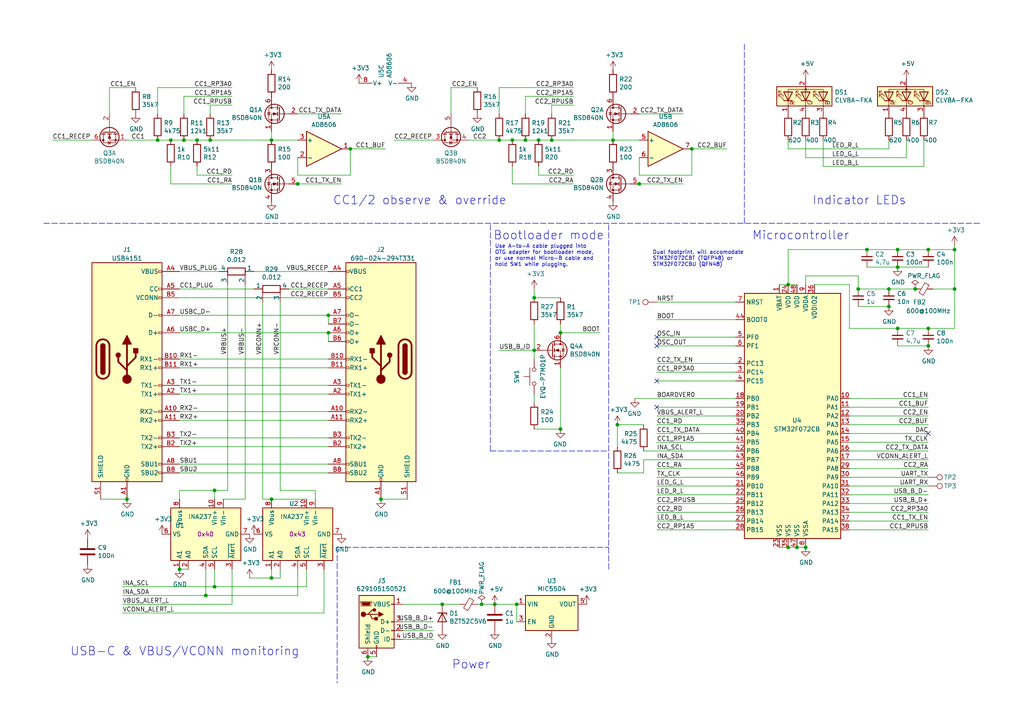
<source format=kicad_sch>
(kicad_sch (version 20211123) (generator eeschema)
  (paper "A4")
  (junction (at 260.35 77.47))
  (junction (at 200.66 43.18))
  (junction (at 36.83 144.78))
  (junction (at 276.86 83.82))
  (junction (at 78.74 40.64))
  (junction (at 152.4 40.64))
  (junction (at 154.94 101.6))
  (junction (at 53.34 40.64))
  (junction (at 228.6 82.55))
  (junction (at 101.6 43.18))
  (junction (at 228.6 158.75))
  (junction (at 59.69 172.72))
  (junction (at 62.23 142.24))
  (junction (at 269.24 72.39))
  (junction (at 156.21 40.64))
  (junction (at 110.49 144.78))
  (junction (at 260.35 72.39))
  (junction (at 185.42 53.34))
  (junction (at 95.25 91.44))
  (junction (at 260.35 95.25))
  (junction (at 251.46 72.39))
  (junction (at 269.24 95.25))
  (junction (at 149.86 175.26))
  (junction (at 143.51 175.26))
  (junction (at 154.94 86.36))
  (junction (at 144.78 40.64))
  (junction (at 45.72 40.64))
  (junction (at 52.07 165.1))
  (junction (at 78.74 167.64))
  (junction (at 179.07 123.19))
  (junction (at 162.56 124.46))
  (junction (at 269.24 100.33))
  (junction (at 162.56 96.52))
  (junction (at 106.68 190.5))
  (junction (at 57.15 40.64))
  (junction (at 78.74 144.78))
  (junction (at 177.8 40.64))
  (junction (at 86.36 53.34))
  (junction (at 231.14 158.75))
  (junction (at 257.81 88.9))
  (junction (at 257.81 83.82))
  (junction (at 265.43 83.82))
  (junction (at 276.86 72.39))
  (junction (at 233.68 158.75))
  (junction (at 49.53 40.64))
  (junction (at 160.02 40.64))
  (junction (at 248.92 83.82))
  (junction (at 139.7 175.26))
  (junction (at 62.23 170.18))
  (junction (at 148.59 40.64))
  (junction (at 128.27 175.26))
  (junction (at 60.96 40.64))
  (junction (at 95.25 96.52))
  (no_connect (at 269.24 125.73))
  (no_connect (at 190.5 110.49))
  (no_connect (at 190.5 118.11))
  (no_connect (at 190.5 97.79))
  (no_connect (at 190.5 100.33))
  (wire (pts (xy 78.74 144.78) (xy 88.9 144.78)))
  (wire (pts (xy 110.49 144.78) (xy 118.11 144.78)))
  (wire (pts (xy 81.28 167.64) (xy 78.74 167.64)))
  (wire (pts (xy 52.07 96.52) (xy 95.25 96.52)))
  (wire (pts (xy 154.94 101.6) (xy 154.94 104.14)))
  (wire (pts (xy 52.07 127) (xy 95.25 127)))
  (wire (pts (xy 276.86 72.39) (xy 276.86 83.82)))
  (wire (pts (xy 246.38 82.55) (xy 236.22 82.55)))
  (wire (pts (xy 86.36 40.64) (xy 78.74 40.64)))
  (wire (pts (xy 269.24 72.39) (xy 260.35 72.39)))
  (wire (pts (xy 154.94 114.3) (xy 154.94 116.84)))
  (wire (pts (xy 190.5 107.95) (xy 213.36 107.95)))
  (wire (pts (xy 78.74 167.64) (xy 78.74 165.1)))
  (wire (pts (xy 262.89 45.72) (xy 262.89 40.64)))
  (wire (pts (xy 144.78 40.64) (xy 148.59 40.64)))
  (wire (pts (xy 269.24 138.43) (xy 246.38 138.43)))
  (polyline (pts (xy 176.53 165.1) (xy 176.53 64.77)))
  (wire (pts (xy 177.8 40.64) (xy 160.02 40.64)))
  (wire (pts (xy 35.56 172.72) (xy 59.69 172.72)))
  (wire (pts (xy 52.07 111.76) (xy 95.25 111.76)))
  (wire (pts (xy 60.96 33.02) (xy 60.96 30.48)))
  (wire (pts (xy 177.8 40.64) (xy 177.8 38.1)))
  (wire (pts (xy 62.23 142.24) (xy 52.07 142.24)))
  (wire (pts (xy 154.94 83.82) (xy 154.94 86.36)))
  (wire (pts (xy 251.46 77.47) (xy 260.35 77.47)))
  (wire (pts (xy 71.12 144.78) (xy 64.77 144.78)))
  (wire (pts (xy 149.86 175.26) (xy 149.86 180.34)))
  (wire (pts (xy 101.6 50.8) (xy 101.6 43.18)))
  (wire (pts (xy 231.14 82.55) (xy 228.6 82.55)))
  (wire (pts (xy 95.25 78.74) (xy 73.66 78.74)))
  (wire (pts (xy 81.28 167.64) (xy 81.28 165.1)))
  (wire (pts (xy 276.86 95.25) (xy 269.24 95.25)))
  (wire (pts (xy 93.98 177.8) (xy 93.98 165.1)))
  (wire (pts (xy 190.5 153.67) (xy 213.36 153.67)))
  (wire (pts (xy 49.53 48.26) (xy 49.53 53.34)))
  (wire (pts (xy 154.94 93.98) (xy 154.94 101.6)))
  (wire (pts (xy 130.81 33.02) (xy 130.81 25.4)))
  (wire (pts (xy 269.24 133.35) (xy 246.38 133.35)))
  (wire (pts (xy 148.59 48.26) (xy 148.59 53.34)))
  (wire (pts (xy 52.07 121.92) (xy 95.25 121.92)))
  (wire (pts (xy 57.15 50.8) (xy 67.31 50.8)))
  (wire (pts (xy 238.76 48.26) (xy 267.97 48.26)))
  (wire (pts (xy 59.69 165.1) (xy 59.69 172.72)))
  (wire (pts (xy 101.6 43.18) (xy 111.76 43.18)))
  (wire (pts (xy 29.21 144.78) (xy 36.83 144.78)))
  (wire (pts (xy 186.69 130.81) (xy 213.36 130.81)))
  (wire (pts (xy 62.23 142.24) (xy 62.23 144.78)))
  (wire (pts (xy 190.5 97.79) (xy 213.36 97.79)))
  (wire (pts (xy 246.38 140.97) (xy 269.24 140.97)))
  (wire (pts (xy 185.42 40.64) (xy 177.8 40.64)))
  (wire (pts (xy 190.5 148.59) (xy 213.36 148.59)))
  (wire (pts (xy 52.07 137.16) (xy 95.25 137.16)))
  (wire (pts (xy 52.07 134.62) (xy 95.25 134.62)))
  (wire (pts (xy 81.28 87.63) (xy 81.28 142.24)))
  (wire (pts (xy 45.72 33.02) (xy 45.72 25.4)))
  (wire (pts (xy 154.94 86.36) (xy 162.56 86.36)))
  (wire (pts (xy 179.07 123.19) (xy 179.07 129.54)))
  (wire (pts (xy 49.53 53.34) (xy 67.31 53.34)))
  (wire (pts (xy 116.84 180.34) (xy 125.73 180.34)))
  (wire (pts (xy 200.66 50.8) (xy 200.66 43.18)))
  (wire (pts (xy 269.24 118.11) (xy 246.38 118.11)))
  (wire (pts (xy 139.7 175.26) (xy 143.51 175.26)))
  (wire (pts (xy 144.78 33.02) (xy 144.78 25.4)))
  (polyline (pts (xy 97.79 158.75) (xy 97.79 198.12)))
  (wire (pts (xy 190.5 140.97) (xy 213.36 140.97)))
  (wire (pts (xy 52.07 106.68) (xy 95.25 106.68)))
  (wire (pts (xy 190.5 123.19) (xy 213.36 123.19)))
  (wire (pts (xy 213.36 133.35) (xy 186.69 133.35)))
  (wire (pts (xy 35.56 175.26) (xy 67.31 175.26)))
  (wire (pts (xy 213.36 100.33) (xy 190.5 100.33)))
  (wire (pts (xy 52.07 78.74) (xy 63.5 78.74)))
  (wire (pts (xy 86.36 45.72) (xy 86.36 50.8)))
  (wire (pts (xy 45.72 40.64) (xy 49.53 40.64)))
  (wire (pts (xy 260.35 72.39) (xy 251.46 72.39)))
  (wire (pts (xy 78.74 167.64) (xy 72.39 167.64)))
  (wire (pts (xy 276.86 83.82) (xy 276.86 95.25)))
  (wire (pts (xy 138.43 175.26) (xy 139.7 175.26)))
  (wire (pts (xy 36.83 40.64) (xy 45.72 40.64)))
  (wire (pts (xy 53.34 40.64) (xy 57.15 40.64)))
  (wire (pts (xy 228.6 72.39) (xy 228.6 82.55)))
  (wire (pts (xy 52.07 104.14) (xy 95.25 104.14)))
  (wire (pts (xy 95.25 93.98) (xy 95.25 91.44)))
  (wire (pts (xy 190.5 135.89) (xy 213.36 135.89)))
  (wire (pts (xy 144.78 25.4) (xy 166.37 25.4)))
  (wire (pts (xy 269.24 123.19) (xy 246.38 123.19)))
  (polyline (pts (xy 12.7 64.77) (xy 284.48 64.77)))
  (wire (pts (xy 35.56 170.18) (xy 62.23 170.18)))
  (wire (pts (xy 251.46 72.39) (xy 228.6 72.39)))
  (wire (pts (xy 66.04 142.24) (xy 62.23 142.24)))
  (wire (pts (xy 238.76 40.64) (xy 238.76 48.26)))
  (wire (pts (xy 148.59 53.34) (xy 166.37 53.34)))
  (wire (pts (xy 52.07 142.24) (xy 52.07 144.78)))
  (wire (pts (xy 154.94 101.6) (xy 144.78 101.6)))
  (wire (pts (xy 257.81 88.9) (xy 248.92 88.9)))
  (wire (pts (xy 162.56 96.52) (xy 173.99 96.52)))
  (wire (pts (xy 246.38 125.73) (xy 269.24 125.73)))
  (wire (pts (xy 186.69 137.16) (xy 179.07 137.16)))
  (wire (pts (xy 31.75 25.4) (xy 39.37 25.4)))
  (wire (pts (xy 246.38 146.05) (xy 269.24 146.05)))
  (wire (pts (xy 53.34 33.02) (xy 53.34 27.94)))
  (wire (pts (xy 49.53 40.64) (xy 53.34 40.64)))
  (wire (pts (xy 233.68 80.01) (xy 248.92 80.01)))
  (wire (pts (xy 246.38 135.89) (xy 269.24 135.89)))
  (wire (pts (xy 213.36 115.57) (xy 184.15 115.57)))
  (wire (pts (xy 160.02 30.48) (xy 166.37 30.48)))
  (wire (pts (xy 66.04 82.55) (xy 66.04 142.24)))
  (wire (pts (xy 269.24 153.67) (xy 246.38 153.67)))
  (wire (pts (xy 190.5 146.05) (xy 213.36 146.05)))
  (wire (pts (xy 85.09 53.34) (xy 86.36 53.34)))
  (wire (pts (xy 152.4 27.94) (xy 166.37 27.94)))
  (wire (pts (xy 248.92 83.82) (xy 248.92 80.01)))
  (wire (pts (xy 184.15 53.34) (xy 185.42 53.34)))
  (wire (pts (xy 52.07 119.38) (xy 95.25 119.38)))
  (wire (pts (xy 246.38 120.65) (xy 269.24 120.65)))
  (wire (pts (xy 52.07 91.44) (xy 95.25 91.44)))
  (wire (pts (xy 226.06 158.75) (xy 228.6 158.75)))
  (wire (pts (xy 86.36 172.72) (xy 86.36 165.1)))
  (wire (pts (xy 106.68 190.5) (xy 109.22 190.5)))
  (wire (pts (xy 62.23 170.18) (xy 88.9 170.18)))
  (wire (pts (xy 190.5 120.65) (xy 213.36 120.65)))
  (wire (pts (xy 116.84 185.42) (xy 125.73 185.42)))
  (wire (pts (xy 125.73 40.64) (xy 114.3 40.64)))
  (wire (pts (xy 162.56 124.46) (xy 162.56 106.68)))
  (wire (pts (xy 152.4 33.02) (xy 152.4 27.94)))
  (polyline (pts (xy 215.9 64.77) (xy 215.9 12.7)))
  (wire (pts (xy 83.82 83.82) (xy 95.25 83.82)))
  (wire (pts (xy 154.94 124.46) (xy 162.56 124.46)))
  (wire (pts (xy 269.24 77.47) (xy 260.35 77.47)))
  (wire (pts (xy 135.89 40.64) (xy 144.78 40.64)))
  (wire (pts (xy 31.75 33.02) (xy 31.75 25.4)))
  (wire (pts (xy 276.86 72.39) (xy 269.24 72.39)))
  (wire (pts (xy 160.02 33.02) (xy 160.02 30.48)))
  (wire (pts (xy 52.07 165.1) (xy 54.61 165.1)))
  (wire (pts (xy 233.68 40.64) (xy 233.68 45.72)))
  (wire (pts (xy 60.96 30.48) (xy 67.31 30.48)))
  (wire (pts (xy 267.97 48.26) (xy 267.97 40.64)))
  (wire (pts (xy 59.69 172.72) (xy 86.36 172.72)))
  (wire (pts (xy 67.31 175.26) (xy 67.31 165.1)))
  (wire (pts (xy 190.5 92.71) (xy 213.36 92.71)))
  (wire (pts (xy 152.4 40.64) (xy 156.21 40.64)))
  (wire (pts (xy 269.24 128.27) (xy 246.38 128.27)))
  (wire (pts (xy 78.74 40.64) (xy 60.96 40.64)))
  (wire (pts (xy 156.21 48.26) (xy 156.21 50.8)))
  (wire (pts (xy 228.6 158.75) (xy 231.14 158.75)))
  (wire (pts (xy 276.86 71.12) (xy 276.86 72.39)))
  (wire (pts (xy 156.21 40.64) (xy 160.02 40.64)))
  (wire (pts (xy 260.35 95.25) (xy 246.38 95.25)))
  (wire (pts (xy 185.42 45.72) (xy 185.42 50.8)))
  (wire (pts (xy 57.15 40.64) (xy 60.96 40.64)))
  (wire (pts (xy 246.38 115.57) (xy 269.24 115.57)))
  (wire (pts (xy 260.35 95.25) (xy 269.24 95.25)))
  (wire (pts (xy 86.36 50.8) (xy 101.6 50.8)))
  (wire (pts (xy 116.84 175.26) (xy 128.27 175.26)))
  (wire (pts (xy 233.68 80.01) (xy 233.68 82.55)))
  (wire (pts (xy 128.27 175.26) (xy 133.35 175.26)))
  (wire (pts (xy 71.12 82.55) (xy 71.12 144.78)))
  (wire (pts (xy 265.43 83.82) (xy 257.81 83.82)))
  (wire (pts (xy 200.66 43.18) (xy 210.82 43.18)))
  (wire (pts (xy 190.5 143.51) (xy 213.36 143.51)))
  (wire (pts (xy 190.5 128.27) (xy 213.36 128.27)))
  (wire (pts (xy 62.23 165.1) (xy 62.23 170.18)))
  (wire (pts (xy 190.5 138.43) (xy 213.36 138.43)))
  (wire (pts (xy 190.5 87.63) (xy 213.36 87.63)))
  (wire (pts (xy 53.34 27.94) (xy 67.31 27.94)))
  (wire (pts (xy 52.07 83.82) (xy 73.66 83.82)))
  (wire (pts (xy 86.36 33.02) (xy 99.06 33.02)))
  (wire (pts (xy 95.25 86.36) (xy 52.07 86.36)))
  (wire (pts (xy 260.35 100.33) (xy 269.24 100.33)))
  (wire (pts (xy 185.42 50.8) (xy 200.66 50.8)))
  (wire (pts (xy 95.25 99.06) (xy 95.25 96.52)))
  (wire (pts (xy 162.56 93.98) (xy 162.56 96.52)))
  (wire (pts (xy 246.38 95.25) (xy 246.38 82.55)))
  (wire (pts (xy 179.07 123.19) (xy 186.69 123.19)))
  (polyline (pts (xy 142.24 130.81) (xy 142.24 64.77)))
  (wire (pts (xy 276.86 83.82) (xy 270.51 83.82)))
  (wire (pts (xy 148.59 40.64) (xy 152.4 40.64)))
  (polyline (pts (xy 142.24 130.81) (xy 176.53 130.81)))
  (wire (pts (xy 52.07 114.3) (xy 95.25 114.3)))
  (wire (pts (xy 88.9 170.18) (xy 88.9 165.1)))
  (wire (pts (xy 156.21 50.8) (xy 166.37 50.8)))
  (wire (pts (xy 35.56 177.8) (xy 93.98 177.8)))
  (wire (pts (xy 143.51 175.26) (xy 149.86 175.26)))
  (wire (pts (xy 76.2 144.78) (xy 78.74 144.78)))
  (polyline (pts (xy 97.79 158.75) (xy 176.53 158.75)))
  (wire (pts (xy 57.15 48.26) (xy 57.15 50.8)))
  (wire (pts (xy 228.6 43.18) (xy 257.81 43.18)))
  (wire (pts (xy 269.24 148.59) (xy 246.38 148.59)))
  (wire (pts (xy 269.24 143.51) (xy 246.38 143.51)))
  (wire (pts (xy 186.69 133.35) (xy 186.69 137.16)))
  (wire (pts (xy 190.5 110.49) (xy 213.36 110.49)))
  (wire (pts (xy 45.72 25.4) (xy 67.31 25.4)))
  (wire (pts (xy 81.28 142.24) (xy 91.44 142.24)))
  (wire (pts (xy 190.5 125.73) (xy 213.36 125.73)))
  (wire (pts (xy 233.68 45.72) (xy 262.89 45.72)))
  (wire (pts (xy 246.38 151.13) (xy 269.24 151.13)))
  (wire (pts (xy 130.81 25.4) (xy 138.43 25.4)))
  (wire (pts (xy 190.5 118.11) (xy 213.36 118.11)))
  (wire (pts (xy 231.14 158.75) (xy 233.68 158.75)))
  (wire (pts (xy 228.6 40.64) (xy 228.6 43.18)))
  (wire (pts (xy 190.5 151.13) (xy 213.36 151.13)))
  (wire (pts (xy 257.81 43.18) (xy 257.81 40.64)))
  (wire (pts (xy 213.36 105.41) (xy 190.5 105.41)))
  (wire (pts (xy 185.42 33.02) (xy 198.12 33.02)))
  (wire (pts (xy 78.74 40.64) (xy 78.74 38.1)))
  (wire (pts (xy 26.67 40.64) (xy 15.24 40.64)))
  (wire (pts (xy 246.38 130.81) (xy 269.24 130.81)))
  (wire (pts (xy 185.42 53.34) (xy 198.12 53.34)))
  (wire (pts (xy 76.2 87.63) (xy 76.2 144.78)))
  (wire (pts (xy 116.84 182.88) (xy 125.73 182.88)))
  (wire (pts (xy 228.6 82.55) (xy 226.06 82.55)))
  (wire (pts (xy 257.81 83.82) (xy 248.92 83.82)))
  (wire (pts (xy 86.36 53.34) (xy 99.06 53.34)))
  (wire (pts (xy 91.44 142.24) (xy 91.44 144.78)))
  (wire (pts (xy 52.07 129.54) (xy 95.25 129.54)))
  (text "Use A-to-A cable plugged into\nOTG adapter for bootloader mode,\nor use normal Micro-B cable and\nhold SW1 while plugging." (at 143.51 77.47 0) (effects (font (size 1.0922 1.0922)) (justify left bottom)))
  (text "Dual footprint, will accomodate\nSTM32F072CBT (TQFP48) or\nSTM32F072CBU (QFN48)" (at 189.23 77.47 0) (effects (font (size 1.0922 1.0922)) (justify left bottom)))
  (text "Bootloader mode" (at 175.26 69.85 180) (effects (font (size 2.4892 2.4892)) (justify right bottom)))
  (text "Indicator LEDs" (at 262.89 59.69 180) (effects (font (size 2.4892 2.4892)) (justify right bottom)))
  (text "Power" (at 142.24 194.31 180) (effects (font (size 2.4892 2.4892)) (justify right bottom)))
  (text "CC1/2 observe & override" (at 96.52 59.69 0) (effects (font (size 2.4892 2.4892)) (justify left bottom)))
  (text "Microcontroller" (at 246.38 69.85 180) (effects (font (size 2.4892 2.4892)) (justify right bottom)))
  (text "USB-C & VBUS/VCONN monitoring" (at 20.32 190.5 0) (effects (font (size 2.4892 2.4892)) (justify left bottom)))
  (label "CC1_PLUG" (at 52.07 83.82 0))
  (label "CC1_RP1A5" (at 67.31 27.94 180))
  (label "VBUS_PLUG" (at 52.07 78.74 0))
  (label "LED_G_L" (at 241.3 45.72 0))
  (label "CC1_RPUSB" (at 269.24 153.67 180))
  (label "CC1_TX_EN" (at 269.24 151.13 180))
  (label "TX1+" (at 52.07 114.3 0))
  (label "RX1-" (at 52.07 104.14 0))
  (label "CC2_TX_EN" (at 198.12 53.34 180))
  (label "CC1_RA" (at 67.31 53.34 180))
  (label "CC1_EN" (at 269.24 115.57 180))
  (label "VBUS_RECEP" (at 95.25 78.74 180))
  (label "USB_B_ID" (at 144.78 101.6 0))
  (label "OSC_IN" (at 190.5 97.79 0))
  (label "LED_B_L" (at 241.3 48.26 0))
  (label "USB_B_D-" (at 269.24 143.51 180))
  (label "CC1" (at 38.1 40.64 0))
  (label "CC2_RPUSB" (at 166.37 30.48 180))
  (label "CC2_EN" (at 138.43 25.4 180))
  (label "CC2_RD" (at 166.37 50.8 180))
  (label "VBUS_ALERT_L" (at 190.5 120.65 0))
  (label "INA_SCL" (at 35.56 170.18 0))
  (label "RX2+" (at 52.07 121.92 0))
  (label "VCONN_ALERT_L" (at 269.24 133.35 180))
  (label "LED_B_L" (at 190.5 151.13 0))
  (label "SBU2" (at 52.07 137.16 0))
  (label "NRST" (at 190.5 87.63 0))
  (label "CC1_RP3A0" (at 190.5 107.95 0))
  (label "CC1_TX_DATA" (at 190.5 125.73 0))
  (label "CC1_RD" (at 190.5 123.19 0))
  (label "TX2+" (at 52.07 129.54 0))
  (label "CC1_BUF" (at 111.76 43.18 180))
  (label "TX1-" (at 52.07 111.76 0))
  (label "CC2_TX_DATA" (at 198.12 33.02 180))
  (label "TX_CLK" (at 269.24 128.27 180))
  (label "BOOT" (at 190.5 92.71 0))
  (label "SBU1" (at 52.07 134.62 0))
  (label "BOARDVER0" (at 190.5 115.57 0))
  (label "USBC_D-" (at 52.07 91.44 0))
  (label "CC1_RD" (at 67.31 50.8 180))
  (label "CC1_TX_EN" (at 99.06 53.34 180))
  (label "CC2_RECEP" (at 95.25 86.36 180))
  (label "CC2_RP3A0" (at 166.37 25.4 180))
  (label "CC1_RPUSB" (at 67.31 30.48 180))
  (label "TX2-" (at 52.07 127 0))
  (label "CC2_TX_EN" (at 190.5 105.41 0))
  (label "CC2_BUF" (at 269.24 123.19 180))
  (label "VBUS_ALERT_L" (at 35.56 175.26 0))
  (label "LED_R_L" (at 190.5 143.51 0))
  (label "UART_RX" (at 269.24 140.97 180))
  (label "RX1+" (at 52.07 106.68 0))
  (label "CC2_RP3A0" (at 269.24 148.59 180))
  (label "CC2_BUF" (at 210.82 43.18 180))
  (label "CC2_RPUSB" (at 190.5 146.05 0))
  (label "VRBUS+" (at 66.04 102.87 90))
  (label "BOOT" (at 173.99 96.52 180))
  (label "CC1_RP3A0" (at 67.31 25.4 180))
  (label "USB_B_ID" (at 125.73 185.42 180))
  (label "OSC_OUT" (at 190.5 100.33 0))
  (label "USB_B_D-" (at 125.73 182.88 180))
  (label "UART_TX" (at 269.24 138.43 180))
  (label "CC2_RP1A5" (at 166.37 27.94 180))
  (label "CC2" (at 137.16 40.64 0))
  (label "CC1_RECEP" (at 95.25 83.82 180))
  (label "CC1_RP1A5" (at 190.5 128.27 0))
  (label "VRCONN+" (at 76.2 102.87 90))
  (label "VRCONN-" (at 81.28 102.87 90))
  (label "INA_SCL" (at 190.5 130.81 0))
  (label "CC2_RA" (at 269.24 135.89 180))
  (label "DAC" (at 269.24 125.73 180))
  (label "CC2_RD" (at 190.5 148.59 0))
  (label "VCONN_ALERT_L" (at 35.56 177.8 0))
  (label "VRBUS-" (at 71.12 102.87 90))
  (label "CC2_TX_DATA" (at 269.24 130.81 180))
  (label "CC2_EN" (at 269.24 120.65 180))
  (label "CC1_BUF" (at 269.24 118.11 180))
  (label "INA_SDA" (at 190.5 133.35 0))
  (label "USB_B_D+" (at 269.24 146.05 180))
  (label "CC2_RP1A5" (at 190.5 153.67 0))
  (label "TX_CLK" (at 190.5 138.43 0))
  (label "INA_SDA" (at 35.56 172.72 0))
  (label "USB_B_D+" (at 125.73 180.34 180))
  (label "USBC_D+" (at 52.07 96.52 0))
  (label "CC2_RECEP" (at 114.3 40.64 0))
  (label "CC1_RA" (at 190.5 135.89 0))
  (label "CC1_TX_DATA" (at 99.06 33.02 180))
  (label "CC2_RA" (at 166.37 53.34 180))
  (label "RX2-" (at 52.07 119.38 0))
  (label "CC1_EN" (at 39.37 25.4 180))
  (label "CC1_RECEP" (at 15.24 40.64 0))
  (label "LED_G_L" (at 190.5 140.97 0))
  (label "LED_R_L" (at 241.3 43.18 0))
  (symbol (lib_id "twonkie:USB_C_Plug") (at 36.83 104.14 0) (unit 1)
    (property "Reference" "J1" (at 36.83 72.39 0))
    (property "Value" "USB4151" (at 36.83 74.93 0))
    (property "Footprint" "twonkie:GCT_USB4151_EdgeMount" (effects hide))
    (property "Datasheet" "https://www.usb.org/sites/default/files/documents/usb_type-c.zip" (effects hide))
    (property "DigiKey P/N" "2073-USB4151-GF-CCT-ND" (effects hide))
    (property "Manufacturer" "GCT" (effects hide))
    (property "Mfg P/N" "USB4151-GF-C" (effects hide))
  )
  (symbol (lib_id "twonkie:USB_C_Receptacle") (at 110.49 104.14 0) (mirror y) (unit 1)
    (property "Reference" "J2" (at 109.22 72.39 0) (effects (justify right)))
    (property "Value" "690-024-294T331" (at 101.6 74.93 0) (effects (justify right)))
    (property "Footprint" "twonkie:EDAC_690-024-294T331_EdgeMount" (effects hide))
    (property "Datasheet" "https://www.usb.org/sites/default/files/documents/usb_type-c.zip" (effects hide))
    (property "DigiKey P/N" "151-1601-1-ND" (effects hide))
    (property "Manufacturer" "EDAC" (effects hide))
    (property "Mfg P/N" "690-024-294T331" (effects hide))
  )
  (symbol (lib_id "Connector:USB_B_Micro") (at 109.22 180.34 0) (unit 1)
    (property "Reference" "J3" (at 110.6678 168.4782 0))
    (property "Value" "629105150521" (at 110.6678 170.7896 0))
    (property "Footprint" "twonkie:USB_Micro-B_Wuerth_629105150521_HandSolder" (effects hide))
    (property "DigiKey P/N" "732-5960-1-ND" (effects hide))
    (property "Manufacturer" "Würth" (effects hide))
    (property "Mfg P/N" "629105150521" (effects hide))
  )
  (symbol (lib_id "MCU_ST_STM32F0:STM32F072CBTx") (at 231.14 120.65 0) (unit 1)
    (property "Reference" "U4" (at 231.14 121.92 0))
    (property "Value" "STM32F072CB" (at 231.14 124.46 0))
    (property "Footprint" "twonkie:LQFP-48_7x7mm_P0.5mm-QFN48-Frankenstein" (effects hide))
    (property "DigiKey P/N" "497-18747-1-ND" (effects hide))
    (property "Manufacturer" "STMicro" (effects hide))
    (property "Mfg P/N" "STM32F072CBT" (effects hide))
  )
  (symbol (lib_id "Device:LED_RABG") (at 233.68 27.94 90) (unit 1)
    (property "Reference" "DS1" (at 242.062 26.7716 90) (effects (justify right)))
    (property "Value" "CLVBA-FKA" (at 242.062 29.083 90) (effects (justify right)))
    (property "Footprint" "LED_SMD:LED_Cree-PLCC4_3.2x2.8mm_CCW" (effects hide))
    (property "DigiKey P/N" "CLVBA-FKA-CAEDH8BBB7A363CT-ND" (effects hide))
    (property "Manufacturer" "Cree" (effects hide))
    (property "Mfg P/N" "CLVBA-FKA-CAEDH8BBB7A363" (effects hide))
  )
  (symbol (lib_id "Device:LED_RABG") (at 262.89 27.94 90) (unit 1)
    (property "Reference" "DS2" (at 271.272 26.7716 90) (effects (justify right)))
    (property "Value" "CLVBA-FKA" (at 271.272 29.083 90) (effects (justify right)))
    (property "Footprint" "LED_SMD:LED_Cree-PLCC4_3.2x2.8mm_CCW" (effects hide))
    (property "DigiKey P/N" "CLVBA-FKA-CAEDH8BBB7A363CT-ND" (effects hide))
    (property "Manufacturer" "Cree" (effects hide))
    (property "Mfg P/N" "CLVBA-FKA-CAEDH8BBB7A363" (effects hide))
  )
  (symbol (lib_id "Regulator_Linear:MIC5504-3.3YM5") (at 160.02 177.8 0) (unit 1)
    (property "Reference" "U3" (at 160.02 168.4782 0))
    (property "Value" "MIC5504" (at 160.02 170.7896 0))
    (property "Footprint" "Package_TO_SOT_SMD:SOT-23-5_HandSoldering" (effects hide))
    (property "Datasheet" "https://www.analog.com/media/en/technical-documentation/data-sheets/AD8610_8620.pdf" (effects hide))
    (property "DigiKey P/N" "576-4764-1-ND" (effects hide))
    (property "Manufacturer" "Microchip" (effects hide))
    (property "Mfg P/N" "MIC5504-3.3YM5-TR" (effects hide))
  )
  (symbol (lib_id "twonkie:INA237") (at 59.69 154.94 90) (mirror x) (unit 1)
    (property "Reference" "U1" (at 50.8 152.4 90) (effects (justify right)))
    (property "Value" "INA237" (at 54.61 149.86 90) (effects (justify right)))
    (property "Footprint" "Package_SO:VSSOP-10_3x3mm_P0.5mm" (effects hide))
    (property "Datasheet" "https://www.ti.com/lit/ds/symlink/ina237.pdf" (effects hide))
    (property "I2C addr" "0x40" (at 57.15 154.94 90) (effects (justify right)))
    (property "DigiKey P/N" "296-INA237AIDGSRCT-ND" (effects hide))
    (property "Manufacturer" "TI" (effects hide))
    (property "Mfg P/N" "INA237AIDGSR" (effects hide))
  )
  (symbol (lib_id "Diode:BZT52Bxx") (at 128.27 179.07 270) (unit 1)
    (property "Reference" "D1" (at 130.302 177.9016 90) (effects (justify left)))
    (property "Value" "BZT52C5V6" (at 130.302 180.213 90) (effects (justify left)))
    (property "Footprint" "Diode_SMD:D_SOD-123" (effects hide))
    (property "Datasheet" "https://diotec.com/tl_files/diotec/files/pdf/datasheets/bzt52b2v4.pdf" (effects hide))
    (property "DigiKey P/N" "BZT52C5V6-13-FDICT-ND" (effects hide))
    (property "Mfg P/N" "BZT52C5V6-13-F" (effects hide))
    (property "Manufacturer" "Diodes Inc." (effects hide))
  )
  (symbol (lib_id "Transistor_FET:FDG6335N") (at 81.28 33.02 0) (mirror y) (unit 1)
    (property "Reference" "Q1" (at 76.073 31.8516 0) (effects (justify left)))
    (property "Value" "BSD840N" (at 76.073 34.163 0) (effects (justify left)))
    (property "Footprint" "Package_TO_SOT_SMD:SOT-363_SC-70-6" (effects hide))
    (property "Datasheet" "http://www.gneic.com/product/datasheet/FDG6335N-1122853.pdf" (effects hide))
    (property "DigiKey P/N" "BSD840NH6327XTSA1CT-ND" (effects hide))
    (property "Manufacturer" "Infineon" (effects hide))
    (property "Mfg P/N" "BSD840NH6327XTSA1" (effects hide))
  )
  (symbol (lib_id "Amplifier_Operational:AD8620") (at 93.98 43.18 0) (unit 1)
    (property "Reference" "U5" (at 93.98 33.8582 0))
    (property "Value" "AD8606" (at 93.98 36.1696 0))
    (property "Footprint" "Package_SO:MSOP-8_3x3mm_P0.65mm" (effects hide))
    (property "Datasheet" "https://www.analog.com/media/en/technical-documentation/data-sheets/AD8610_8620.pdf" (effects hide))
    (property "DigiKey P/N" "AD8606ARMZREELCT-ND" (effects hide))
    (property "Manufacturer" "Analog Devices" (effects hide))
    (property "Mfg P/N" "AD8606ARMZ-REEL" (effects hide))
  )
  (symbol (lib_id "power:GND") (at 110.49 144.78 0) (unit 1)
    (property "Reference" "#PWR0101" (effects hide))
    (property "Value" "GND" (at 110.617 149.1742 0))
  )
  (symbol (lib_id "power:GND") (at 36.83 144.78 0) (unit 1)
    (property "Reference" "#PWR0102" (effects hide))
    (property "Value" "GND" (at 36.957 149.1742 0))
  )
  (symbol (lib_id "power:+3V3") (at 46.99 154.94 0) (unit 1)
    (property "Reference" "#PWR0103" (effects hide))
    (property "Value" "+3V3" (at 47.371 150.5458 0))
  )
  (symbol (lib_id "power:+3V3") (at 73.66 154.94 0) (unit 1)
    (property "Reference" "#PWR0104" (effects hide))
    (property "Value" "+3V3" (at 74.041 150.5458 0))
  )
  (symbol (lib_id "power:GND") (at 99.06 154.94 0) (unit 1)
    (property "Reference" "#PWR0105" (effects hide))
    (property "Value" "GND" (at 99.187 159.3342 0))
  )
  (symbol (lib_id "power:GND") (at 72.39 154.94 0) (unit 1)
    (property "Reference" "#PWR0106" (effects hide))
    (property "Value" "GND" (at 72.517 159.3342 0))
  )
  (symbol (lib_id "power:GND") (at 52.07 165.1 0) (unit 1)
    (property "Reference" "#PWR0107" (effects hide))
    (property "Value" "GND" (at 52.197 169.4942 0))
  )
  (symbol (lib_id "power:+3V3") (at 72.39 167.64 0) (unit 1)
    (property "Reference" "#PWR0108" (effects hide))
    (property "Value" "+3V3" (at 72.771 163.2458 0))
  )
  (symbol (lib_id "Device:FerriteBead_Small") (at 135.89 175.26 270) (unit 1)
    (property "Reference" "FB1" (at 132.08 168.91 90))
    (property "Value" "600@100MHz" (at 132.08 171.45 90))
    (property "Footprint" "Inductor_SMD:L_0402_1005Metric_Pad0.77x0.64mm_HandSolder" (effects hide))
    (property "DigiKey P/N" "490-1006-1-ND" (effects hide))
    (property "Mfg P/N" "BLM15AG601SN1D" (effects hide))
    (property "Manufacturer" "MuRata" (effects hide))
  )
  (symbol (lib_id "Device:C") (at 143.51 179.07 0) (unit 1)
    (property "Reference" "C1" (at 146.431 177.9016 0) (effects (justify left)))
    (property "Value" "1u" (at 146.431 180.213 0) (effects (justify left)))
    (property "Footprint" "Capacitor_SMD:C_0402_1005Metric_Pad0.74x0.62mm_HandSolder" (effects hide))
    (property "DigiKey P/N" "1276-1235-1-ND" (effects hide))
    (property "Manufacturer" "Samsung Electro-Mechanics" (effects hide))
    (property "Mfg P/N" "CL05A105MQ5NNNC" (effects hide))
  )
  (symbol (lib_id "power:GND") (at 106.68 190.5 0) (unit 1)
    (property "Reference" "#PWR0109" (effects hide))
    (property "Value" "GND" (at 106.807 194.8942 0))
  )
  (symbol (lib_id "power:GND") (at 128.27 182.88 0) (unit 1)
    (property "Reference" "#PWR0110" (effects hide))
    (property "Value" "GND" (at 128.397 187.2742 0))
  )
  (symbol (lib_id "power:GND") (at 143.51 182.88 0) (unit 1)
    (property "Reference" "#PWR0111" (effects hide))
    (property "Value" "GND" (at 143.637 187.2742 0))
  )
  (symbol (lib_id "power:GND") (at 160.02 185.42 0) (unit 1)
    (property "Reference" "#PWR0112" (effects hide))
    (property "Value" "GND" (at 160.147 189.8142 0))
  )
  (symbol (lib_id "power:+3V3") (at 170.18 175.26 0) (unit 1)
    (property "Reference" "#PWR0113" (effects hide))
    (property "Value" "+3V3" (at 170.561 170.8658 0))
  )
  (symbol (lib_id "power:+5V") (at 143.51 175.26 0) (unit 1)
    (property "Reference" "#PWR0114" (effects hide))
    (property "Value" "+5V" (at 143.891 170.8658 0))
  )
  (symbol (lib_id "power:+5V") (at 233.68 22.86 0) (unit 1)
    (property "Reference" "#PWR0115" (effects hide))
    (property "Value" "+5V" (at 234.061 18.4658 0))
  )
  (symbol (lib_id "power:+5V") (at 262.89 22.86 0) (unit 1)
    (property "Reference" "#PWR0116" (effects hide))
    (property "Value" "+5V" (at 263.271 18.4658 0))
  )
  (symbol (lib_id "Device:R") (at 78.74 44.45 0) (unit 1)
    (property "Reference" "R15" (at 80.518 43.2816 0) (effects (justify left)))
    (property "Value" "100" (at 80.518 45.593 0) (effects (justify left)))
    (property "Footprint" "Resistor_SMD:R_0402_1005Metric_Pad0.72x0.64mm_HandSolder" (effects hide))
    (property "Mfg P/N" "RC0402FR-07100RL" (effects hide))
    (property "Manufacturer" "Yageo" (effects hide))
  )
  (symbol (lib_id "Transistor_FET:FDG6335N") (at 81.28 53.34 0) (mirror y) (unit 2)
    (property "Reference" "Q1" (at 76.073 52.1716 0) (effects (justify left)))
    (property "Value" "BSD840N" (at 76.073 54.483 0) (effects (justify left)))
    (property "Footprint" "Package_TO_SOT_SMD:SOT-363_SC-70-6" (effects hide))
    (property "Datasheet" "http://www.gneic.com/product/datasheet/FDG6335N-1122853.pdf" (effects hide))
    (property "DigiKey P/N" "BSD840NH6327XTSA1CT-ND" (effects hide))
    (property "Manufacturer" "Infineon" (effects hide))
    (property "Mfg P/N" "BSD840NH6327XTSA1" (effects hide))
  )
  (symbol (lib_id "Device:R") (at 60.96 36.83 0) (unit 1)
    (property "Reference" "R13" (at 62.738 35.6616 0) (effects (justify left)))
    (property "Value" "35k7" (at 62.738 37.973 0) (effects (justify left)))
    (property "Footprint" "Resistor_SMD:R_0402_1005Metric_Pad0.72x0.64mm_HandSolder" (effects hide))
    (property "Mfg P/N" "RC0402FR-0735K7L" (effects hide))
    (property "Manufacturer" "Yageo" (effects hide))
  )
  (symbol (lib_id "Device:R") (at 57.15 44.45 0) (mirror x) (unit 1)
    (property "Reference" "R12" (at 58.928 45.6184 0) (effects (justify left)))
    (property "Value" "5k11" (at 58.928 43.307 0) (effects (justify left)))
    (property "Footprint" "Resistor_SMD:R_0402_1005Metric_Pad0.72x0.64mm_HandSolder" (effects hide))
    (property "Mfg P/N" "RC0402FR-075K11L" (effects hide))
    (property "Manufacturer" "Yageo" (effects hide))
  )
  (symbol (lib_id "Device:R") (at 53.34 36.83 0) (unit 1)
    (property "Reference" "R11" (at 55.118 35.6616 0) (effects (justify left)))
    (property "Value" "12k1" (at 55.118 37.973 0) (effects (justify left)))
    (property "Footprint" "Resistor_SMD:R_0402_1005Metric_Pad0.72x0.64mm_HandSolder" (effects hide))
    (property "Mfg P/N" "RC0402FR-0712K1L" (effects hide))
    (property "Manufacturer" "Yageo" (effects hide))
  )
  (symbol (lib_id "Device:R") (at 49.53 44.45 0) (mirror x) (unit 1)
    (property "Reference" "R10" (at 51.308 45.6184 0) (effects (justify left)))
    (property "Value" "1k" (at 51.308 43.307 0) (effects (justify left)))
    (property "Footprint" "Resistor_SMD:R_0402_1005Metric_Pad0.72x0.64mm_HandSolder" (effects hide))
    (property "Mfg P/N" "RC0402FR-071KL" (effects hide))
    (property "Manufacturer" "Yageo" (effects hide))
  )
  (symbol (lib_id "Device:R") (at 45.72 36.83 0) (unit 1)
    (property "Reference" "R9" (at 47.498 35.6616 0) (effects (justify left)))
    (property "Value" "4k75" (at 47.498 37.973 0) (effects (justify left)))
    (property "Footprint" "Resistor_SMD:R_0402_1005Metric_Pad0.72x0.64mm_HandSolder" (effects hide))
    (property "Mfg P/N" "RC0402FR-074K75L" (effects hide))
    (property "Manufacturer" "Yageo" (effects hide))
  )
  (symbol (lib_id "Transistor_FET:FDG6335N") (at 180.34 33.02 0) (mirror y) (unit 1)
    (property "Reference" "Q2" (at 175.133 31.8516 0) (effects (justify left)))
    (property "Value" "BSD840N" (at 175.133 34.163 0) (effects (justify left)))
    (property "Footprint" "Package_TO_SOT_SMD:SOT-363_SC-70-6" (effects hide))
    (property "Datasheet" "http://www.gneic.com/product/datasheet/FDG6335N-1122853.pdf" (effects hide))
    (property "DigiKey P/N" "BSD840NH6327XTSA1CT-ND" (effects hide))
    (property "Manufacturer" "Infineon" (effects hide))
    (property "Mfg P/N" "BSD840NH6327XTSA1" (effects hide))
  )
  (symbol (lib_id "Amplifier_Operational:AD8620") (at 193.04 43.18 0) (unit 2)
    (property "Reference" "U5" (at 193.04 33.8582 0))
    (property "Value" "AD8606" (at 193.04 36.1696 0))
    (property "Footprint" "Package_SO:MSOP-8_3x3mm_P0.65mm" (effects hide))
    (property "Datasheet" "https://www.analog.com/media/en/technical-documentation/data-sheets/AD8610_8620.pdf" (effects hide))
    (property "DigiKey P/N" "AD8606ARMZREELCT-ND" (effects hide))
    (property "Manufacturer" "Analog Devices" (effects hide))
    (property "Mfg P/N" "AD8606ARMZ-REEL" (effects hide))
  )
  (symbol (lib_id "Device:R") (at 177.8 44.45 0) (unit 1)
    (property "Reference" "R23" (at 179.578 43.2816 0) (effects (justify left)))
    (property "Value" "100" (at 179.578 45.593 0) (effects (justify left)))
    (property "Footprint" "Resistor_SMD:R_0402_1005Metric_Pad0.72x0.64mm_HandSolder" (effects hide))
    (property "Mfg P/N" "RC0402FR-07100RL" (effects hide))
    (property "Manufacturer" "Yageo" (effects hide))
  )
  (symbol (lib_id "Transistor_FET:FDG6335N") (at 180.34 53.34 0) (mirror y) (unit 2)
    (property "Reference" "Q2" (at 175.133 52.1716 0) (effects (justify left)))
    (property "Value" "BSD840N" (at 175.133 54.483 0) (effects (justify left)))
    (property "Footprint" "Package_TO_SOT_SMD:SOT-363_SC-70-6" (effects hide))
    (property "Datasheet" "http://www.gneic.com/product/datasheet/FDG6335N-1122853.pdf" (effects hide))
    (property "DigiKey P/N" "BSD840NH6327XTSA1CT-ND" (effects hide))
    (property "Manufacturer" "Infineon" (effects hide))
    (property "Mfg P/N" "BSD840NH6327XTSA1" (effects hide))
  )
  (symbol (lib_id "Device:R") (at 160.02 36.83 0) (unit 1)
    (property "Reference" "R21" (at 161.798 35.6616 0) (effects (justify left)))
    (property "Value" "35k7" (at 161.798 37.973 0) (effects (justify left)))
    (property "Footprint" "Resistor_SMD:R_0402_1005Metric_Pad0.72x0.64mm_HandSolder" (effects hide))
    (property "Mfg P/N" "RC0402FR-0735K7L" (effects hide))
    (property "Manufacturer" "Yageo" (effects hide))
  )
  (symbol (lib_id "Device:R") (at 156.21 44.45 0) (mirror x) (unit 1)
    (property "Reference" "R20" (at 157.988 45.6184 0) (effects (justify left)))
    (property "Value" "5k11" (at 157.988 43.307 0) (effects (justify left)))
    (property "Footprint" "Resistor_SMD:R_0402_1005Metric_Pad0.72x0.64mm_HandSolder" (effects hide))
    (property "Mfg P/N" "RC0402FR-075K11L" (effects hide))
    (property "Manufacturer" "Yageo" (effects hide))
  )
  (symbol (lib_id "Device:R") (at 152.4 36.83 0) (unit 1)
    (property "Reference" "R19" (at 154.178 35.6616 0) (effects (justify left)))
    (property "Value" "12k1" (at 154.178 37.973 0) (effects (justify left)))
    (property "Footprint" "Resistor_SMD:R_0402_1005Metric_Pad0.72x0.64mm_HandSolder" (effects hide))
    (property "Mfg P/N" "RC0402FR-0712K1L" (effects hide))
    (property "Manufacturer" "Yageo" (effects hide))
  )
  (symbol (lib_id "Device:R") (at 148.59 44.45 0) (mirror x) (unit 1)
    (property "Reference" "R18" (at 150.368 45.6184 0) (effects (justify left)))
    (property "Value" "1k" (at 150.368 43.307 0) (effects (justify left)))
    (property "Footprint" "Resistor_SMD:R_0402_1005Metric_Pad0.72x0.64mm_HandSolder" (effects hide))
    (property "Mfg P/N" "RC0402FR-071KL" (effects hide))
    (property "Manufacturer" "Yageo" (effects hide))
  )
  (symbol (lib_id "Device:R") (at 144.78 36.83 0) (unit 1)
    (property "Reference" "R17" (at 146.558 35.6616 0) (effects (justify left)))
    (property "Value" "4k75" (at 146.558 37.973 0) (effects (justify left)))
    (property "Footprint" "Resistor_SMD:R_0402_1005Metric_Pad0.72x0.64mm_HandSolder" (effects hide))
    (property "Mfg P/N" "RC0402FR-074K75L" (effects hide))
    (property "Manufacturer" "Yageo" (effects hide))
  )
  (symbol (lib_id "Transistor_FET:FDG6335N") (at 31.75 38.1 90) (mirror x) (unit 1)
    (property "Reference" "Q3" (at 31.75 44.4246 90))
    (property "Value" "BSD840N" (at 31.75 46.736 90))
    (property "Footprint" "Package_TO_SOT_SMD:SOT-363_SC-70-6" (effects hide))
    (property "Datasheet" "http://www.gneic.com/product/datasheet/FDG6335N-1122853.pdf" (effects hide))
    (property "DigiKey P/N" "BSD840NH6327XTSA1CT-ND" (effects hide))
    (property "Manufacturer" "Infineon" (effects hide))
    (property "Mfg P/N" "BSD840NH6327XTSA1" (effects hide))
  )
  (symbol (lib_id "Device:R") (at 39.37 29.21 0) (unit 1)
    (property "Reference" "R8" (at 41.148 28.0416 0) (effects (justify left)))
    (property "Value" "35k7" (at 41.148 30.353 0) (effects (justify left)))
    (property "Footprint" "Resistor_SMD:R_0402_1005Metric_Pad0.72x0.64mm_HandSolder" (effects hide))
    (property "Mfg P/N" "RC0402FR-0735K7L" (effects hide))
    (property "Manufacturer" "Yageo" (effects hide))
  )
  (symbol (lib_id "power:GND") (at 39.37 33.02 0) (unit 1)
    (property "Reference" "#PWR0130" (effects hide))
    (property "Value" "GND" (at 39.497 37.4142 0))
  )
  (symbol (lib_id "power:GND") (at 78.74 58.42 0) (unit 1)
    (property "Reference" "#PWR0129" (effects hide))
    (property "Value" "GND" (at 78.867 62.8142 0))
  )
  (symbol (lib_id "power:GND") (at 177.8 58.42 0) (unit 1)
    (property "Reference" "#PWR0128" (effects hide))
    (property "Value" "GND" (at 177.927 62.8142 0))
  )
  (symbol (lib_id "power:+3V3") (at 78.74 20.32 0) (unit 1)
    (property "Reference" "#PWR0131" (effects hide))
    (property "Value" "+3V3" (at 79.121 15.9258 0))
  )
  (symbol (lib_id "Transistor_FET:FDG6335N") (at 130.81 38.1 90) (mirror x) (unit 2)
    (property "Reference" "Q3" (at 130.81 44.4246 90))
    (property "Value" "BSD840N" (at 130.81 46.736 90))
    (property "Footprint" "Package_TO_SOT_SMD:SOT-363_SC-70-6" (effects hide))
    (property "Datasheet" "http://www.gneic.com/product/datasheet/FDG6335N-1122853.pdf" (effects hide))
    (property "DigiKey P/N" "BSD840NH6327XTSA1CT-ND" (effects hide))
    (property "Manufacturer" "Infineon" (effects hide))
    (property "Mfg P/N" "BSD840NH6327XTSA1" (effects hide))
  )
  (symbol (lib_id "Device:R") (at 138.43 29.21 0) (unit 1)
    (property "Reference" "R16" (at 140.208 28.0416 0) (effects (justify left)))
    (property "Value" "35k7" (at 140.208 30.353 0) (effects (justify left)))
    (property "Footprint" "Resistor_SMD:R_0402_1005Metric_Pad0.72x0.64mm_HandSolder" (effects hide))
    (property "Mfg P/N" "RC0402FR-0735K7L" (effects hide))
    (property "Manufacturer" "Yageo" (effects hide))
  )
  (symbol (lib_id "power:GND") (at 138.43 33.02 0) (unit 1)
    (property "Reference" "#PWR0127" (effects hide))
    (property "Value" "GND" (at 138.557 37.4142 0))
  )
  (symbol (lib_id "Amplifier_Operational:AD8620") (at 111.76 21.59 90) (unit 3)
    (property "Reference" "U5" (at 110.5916 22.6568 0) (effects (justify left)))
    (property "Value" "AD8606" (at 112.903 22.6568 0) (effects (justify left)))
    (property "Footprint" "Package_SO:MSOP-8_3x3mm_P0.65mm" (effects hide))
    (property "Datasheet" "https://www.analog.com/media/en/technical-documentation/data-sheets/AD8610_8620.pdf" (effects hide))
    (property "DigiKey P/N" "AD8606ARMZREELCT-ND" (effects hide))
    (property "Manufacturer" "Analog Devices" (effects hide))
    (property "Mfg P/N" "AD8606ARMZ-REEL" (effects hide))
  )
  (symbol (lib_id "power:+3V3") (at 104.14 24.13 0) (unit 1)
    (property "Reference" "#PWR0117" (effects hide))
    (property "Value" "+3V3" (at 104.521 19.7358 0))
  )
  (symbol (lib_id "power:GND") (at 119.38 24.13 0) (unit 1)
    (property "Reference" "#PWR0118" (effects hide))
    (property "Value" "GND" (at 119.507 28.5242 0))
  )
  (symbol (lib_id "Device:R") (at 78.74 24.13 180) (unit 1)
    (property "Reference" "R14" (at 80.518 22.9616 0) (effects (justify right)))
    (property "Value" "200" (at 80.518 25.273 0) (effects (justify right)))
    (property "Footprint" "Resistor_SMD:R_0402_1005Metric_Pad0.72x0.64mm_HandSolder" (effects hide))
    (property "Mfg P/N" "RC0402FR-07200RL" (effects hide))
    (property "Manufacturer" "Yageo" (effects hide))
  )
  (symbol (lib_id "power:+3V3") (at 177.8 20.32 0) (unit 1)
    (property "Reference" "#PWR0126" (effects hide))
    (property "Value" "+3V3" (at 178.181 15.9258 0))
  )
  (symbol (lib_id "Device:R") (at 177.8 24.13 180) (unit 1)
    (property "Reference" "R22" (at 179.578 22.9616 0) (effects (justify right)))
    (property "Value" "200" (at 179.578 25.273 0) (effects (justify right)))
    (property "Footprint" "Resistor_SMD:R_0402_1005Metric_Pad0.72x0.64mm_HandSolder" (effects hide))
    (property "Mfg P/N" "RC0402FR-07200RL" (effects hide))
    (property "Manufacturer" "Yageo" (effects hide))
  )
  (symbol (lib_id "Device:R") (at 154.94 120.65 0) (unit 1)
    (property "Reference" "R24" (at 156.718 119.4816 0) (effects (justify left)))
    (property "Value" "100" (at 156.718 121.793 0) (effects (justify left)))
    (property "Footprint" "Resistor_SMD:R_0402_1005Metric_Pad0.72x0.64mm_HandSolder" (effects hide))
    (property "Mfg P/N" "RC0402FR-07100RL" (effects hide))
    (property "Manufacturer" "Yageo" (effects hide))
  )
  (symbol (lib_id "Device:C_Small") (at 251.46 74.93 0) (unit 1)
    (property "Reference" "C2" (at 253.7968 73.7616 0) (effects (justify left)))
    (property "Value" "4.7u" (at 253.7968 76.073 0) (effects (justify left)))
    (property "Footprint" "Capacitor_SMD:C_0402_1005Metric_Pad0.74x0.62mm_HandSolder" (effects hide))
    (property "DigiKey P/N" "1276-1481-1-ND" (effects hide))
    (property "Manufacturer" "Samsung Electro-Mechanics" (effects hide))
    (property "Mfg P/N" "CL05A475KQ5NRNC" (effects hide))
  )
  (symbol (lib_id "Device:C_Small") (at 260.35 74.93 0) (unit 1)
    (property "Reference" "C3" (at 262.6868 73.7616 0) (effects (justify left)))
    (property "Value" "100n" (at 262.6868 76.073 0) (effects (justify left)))
    (property "Footprint" "Capacitor_SMD:C_0402_1005Metric_Pad0.74x0.62mm_HandSolder" (effects hide))
    (property "DigiKey P/N" "1276-6720-1-ND" (effects hide))
    (property "Manufacturer" "Samsung Electro-Mechanics" (effects hide))
    (property "Mfg P/N" "CL05B104KA5NNNC" (effects hide))
  )
  (symbol (lib_id "Device:C_Small") (at 269.24 74.93 0) (unit 1)
    (property "Reference" "C4" (at 271.5768 73.7616 0) (effects (justify left)))
    (property "Value" "100n" (at 271.5768 76.073 0) (effects (justify left)))
    (property "Footprint" "Capacitor_SMD:C_0402_1005Metric_Pad0.74x0.62mm_HandSolder" (effects hide))
    (property "DigiKey P/N" "1276-6720-1-ND" (effects hide))
    (property "Manufacturer" "Samsung Electro-Mechanics" (effects hide))
    (property "Mfg P/N" "CL05B104KA5NNNC" (effects hide))
  )
  (symbol (lib_id "Device:C_Small") (at 260.35 97.79 0) (unit 1)
    (property "Reference" "C7" (at 262.6868 96.6216 0) (effects (justify left)))
    (property "Value" "4.7u" (at 262.6868 98.933 0) (effects (justify left)))
    (property "Footprint" "Capacitor_SMD:C_0402_1005Metric_Pad0.74x0.62mm_HandSolder" (effects hide))
    (property "DigiKey P/N" "1276-1481-1-ND" (effects hide))
    (property "Manufacturer" "Samsung Electro-Mechanics" (effects hide))
    (property "Mfg P/N" "CL05A475KQ5NRNC" (effects hide))
  )
  (symbol (lib_id "Device:C_Small") (at 269.24 97.79 0) (unit 1)
    (property "Reference" "C8" (at 271.5768 96.6216 0) (effects (justify left)))
    (property "Value" "100n" (at 271.5768 98.933 0) (effects (justify left)))
    (property "Footprint" "Capacitor_SMD:C_0402_1005Metric_Pad0.74x0.62mm_HandSolder" (effects hide))
    (property "DigiKey P/N" "1276-6720-1-ND" (effects hide))
    (property "Manufacturer" "Samsung Electro-Mechanics" (effects hide))
    (property "Mfg P/N" "CL05B104KA5NNNC" (effects hide))
  )
  (symbol (lib_id "Device:C_Small") (at 248.92 86.36 0) (unit 1)
    (property "Reference" "C5" (at 251.2568 85.1916 0) (effects (justify left)))
    (property "Value" "1u" (at 251.2568 87.503 0) (effects (justify left)))
    (property "Footprint" "Capacitor_SMD:C_0402_1005Metric_Pad0.74x0.62mm_HandSolder" (effects hide))
    (property "DigiKey P/N" "1276-1235-1-ND" (effects hide))
    (property "Manufacturer" "Samsung Electro-Mechanics" (effects hide))
    (property "Mfg P/N" "CL05A105MQ5NNNC" (effects hide))
  )
  (symbol (lib_id "Device:C_Small") (at 257.81 86.36 0) (unit 1)
    (property "Reference" "C6" (at 260.1468 85.1916 0) (effects (justify left)))
    (property "Value" "10n" (at 260.1468 87.503 0) (effects (justify left)))
    (property "Footprint" "Capacitor_SMD:C_0402_1005Metric_Pad0.74x0.62mm_HandSolder" (effects hide))
    (property "DigiKey P/N" "1276-1028-1-ND" (effects hide))
    (property "Manufacturer" "Samsung Electro-Mechanics" (effects hide))
    (property "Mfg P/N" "CL05B103KB5NNNC" (effects hide))
  )
  (symbol (lib_id "Device:FerriteBead_Small") (at 267.97 83.82 270) (unit 1)
    (property "Reference" "FB2" (at 266.7 87.63 90))
    (property "Value" "600@100MHz" (at 269.24 90.17 90))
    (property "Footprint" "Inductor_SMD:L_0402_1005Metric_Pad0.77x0.64mm_HandSolder" (effects hide))
    (property "DigiKey P/N" "490-1006-1-ND" (effects hide))
    (property "Mfg P/N" "BLM15AG601SN1D" (effects hide))
    (property "Manufacturer" "MuRata" (effects hide))
  )
  (symbol (lib_id "power:+3V3") (at 276.86 71.12 0) (unit 1)
    (property "Reference" "#PWR0119" (effects hide))
    (property "Value" "+3V3" (at 277.241 66.7258 0))
  )
  (symbol (lib_id "power:GND") (at 269.24 100.33 0) (unit 1)
    (property "Reference" "#PWR0120" (effects hide))
    (property "Value" "GND" (at 269.367 104.7242 0))
  )
  (symbol (lib_id "power:GND") (at 233.68 158.75 0) (unit 1)
    (property "Reference" "#PWR0121" (effects hide))
    (property "Value" "GND" (at 233.807 163.1442 0))
  )
  (symbol (lib_id "power:GND") (at 257.81 88.9 0) (unit 1)
    (property "Reference" "#PWR0122" (effects hide))
    (property "Value" "GND" (at 257.937 93.2942 0))
  )
  (symbol (lib_id "power:GND") (at 260.35 77.47 0) (unit 1)
    (property "Reference" "#PWR0123" (effects hide))
    (property "Value" "GND" (at 260.477 81.8642 0))
  )
  (symbol (lib_id "Device:R") (at 228.6 36.83 0) (unit 1)
    (property "Reference" "R2" (at 229.87 35.56 0) (effects (justify left)))
    (property "Value" "620" (at 228.6 40.64 0) (effects (justify left)))
    (property "Footprint" "Resistor_SMD:R_0402_1005Metric_Pad0.72x0.64mm_HandSolder" (effects hide))
    (property "Mfg P/N" "RC0402FR-07620RL" (effects hide))
    (property "Manufacturer" "Yageo" (effects hide))
  )
  (symbol (lib_id "Device:R") (at 233.68 36.83 0) (unit 1)
    (property "Reference" "R3" (at 234.95 35.56 0) (effects (justify left)))
    (property "Value" "400" (at 233.68 40.64 0) (effects (justify left)))
    (property "Footprint" "Resistor_SMD:R_0402_1005Metric_Pad0.72x0.64mm_HandSolder" (effects hide))
    (property "Mfg P/N" "RC0402FR-07402RL" (effects hide))
    (property "Manufacturer" "Yageo" (effects hide))
  )
  (symbol (lib_id "Device:R") (at 238.76 36.83 0) (unit 1)
    (property "Reference" "R4" (at 240.03 35.56 0) (effects (justify left)))
    (property "Value" "400" (at 238.76 40.64 0) (effects (justify left)))
    (property "Footprint" "Resistor_SMD:R_0402_1005Metric_Pad0.72x0.64mm_HandSolder" (effects hide))
    (property "Mfg P/N" "RC0402FR-07402RL" (effects hide))
    (property "Manufacturer" "Yageo" (effects hide))
  )
  (symbol (lib_id "Device:R") (at 257.81 36.83 0) (unit 1)
    (property "Reference" "R5" (at 259.08 35.56 0) (effects (justify left)))
    (property "Value" "620" (at 257.81 40.64 0) (effects (justify left)))
    (property "Footprint" "Resistor_SMD:R_0402_1005Metric_Pad0.72x0.64mm_HandSolder" (effects hide))
    (property "Mfg P/N" "RC0402FR-07620RL" (effects hide))
    (property "Manufacturer" "Yageo" (effects hide))
  )
  (symbol (lib_id "Device:R") (at 262.89 36.83 0) (unit 1)
    (property "Reference" "R6" (at 264.16 35.56 0) (effects (justify left)))
    (property "Value" "400" (at 262.89 40.64 0) (effects (justify left)))
    (property "Footprint" "Resistor_SMD:R_0402_1005Metric_Pad0.72x0.64mm_HandSolder" (effects hide))
    (property "Mfg P/N" "RC0402FR-07402RL" (effects hide))
    (property "Manufacturer" "Yageo" (effects hide))
  )
  (symbol (lib_id "Device:R") (at 267.97 36.83 0) (unit 1)
    (property "Reference" "R7" (at 269.24 35.56 0) (effects (justify left)))
    (property "Value" "400" (at 267.97 40.64 0) (effects (justify left)))
    (property "Footprint" "Resistor_SMD:R_0402_1005Metric_Pad0.72x0.64mm_HandSolder" (effects hide))
    (property "Mfg P/N" "RC0402FR-07402RL" (effects hide))
    (property "Manufacturer" "Yageo" (effects hide))
  )
  (symbol (lib_id "Connector:TestPoint") (at 190.5 87.63 90) (unit 1) (in_bom no)
    (property "Reference" "TP1" (at 184.15 87.63 90))
    (property "Value" "TestPoint" (effects hide))
    (property "Footprint" "TestPoint:TestPoint_Pad_D1.0mm" (effects hide))
    (property "DigiKey P/N" "-" (effects hide))
    (property "Manufacturer" "-" (effects hide))
    (property "Mfg P/N" "-" (effects hide))
  )
  (symbol (lib_id "Device:R") (at 186.69 127 0) (mirror y) (unit 1)
    (property "Reference" "R25" (at 184.912 125.8316 0) (effects (justify left)))
    (property "Value" "4k75" (at 184.912 128.143 0) (effects (justify left)))
    (property "Footprint" "Resistor_SMD:R_0402_1005Metric_Pad0.72x0.64mm_HandSolder" (effects hide))
    (property "Mfg P/N" "RC0402FR-074K75L" (effects hide))
    (property "Manufacturer" "Yageo" (effects hide))
  )
  (symbol (lib_id "Device:R") (at 179.07 133.35 0) (unit 1)
    (property "Reference" "R26" (at 180.848 132.1816 0) (effects (justify left)))
    (property "Value" "4k75" (at 180.848 134.493 0) (effects (justify left)))
    (property "Footprint" "Resistor_SMD:R_0402_1005Metric_Pad0.72x0.64mm_HandSolder" (effects hide))
    (property "Mfg P/N" "RC0402FR-074K75L" (effects hide))
    (property "Manufacturer" "Yageo" (effects hide))
  )
  (symbol (lib_id "power:+3V3") (at 179.07 123.19 0) (unit 1)
    (property "Reference" "#PWR03" (effects hide))
    (property "Value" "+3V3" (at 179.451 118.7958 0))
  )
  (symbol (lib_id "Connector:TestPoint") (at 269.24 138.43 270) (unit 1) (in_bom no)
    (property "Reference" "TP2" (at 275.59 138.43 90))
    (property "Value" "TestPoint" (effects hide))
    (property "Footprint" "TestPoint:TestPoint_Pad_D1.0mm" (effects hide))
    (property "DigiKey P/N" "-" (effects hide))
    (property "Manufacturer" "-" (effects hide))
    (property "Mfg P/N" "-" (effects hide))
  )
  (symbol (lib_id "Connector:TestPoint") (at 269.24 140.97 270) (unit 1) (in_bom no)
    (property "Reference" "TP3" (at 275.59 140.97 90))
    (property "Value" "TestPoint" (effects hide))
    (property "Footprint" "TestPoint:TestPoint_Pad_D1.0mm" (effects hide))
    (property "DigiKey P/N" "-" (effects hide))
    (property "Manufacturer" "-" (effects hide))
    (property "Mfg P/N" "-" (effects hide))
  )
  (symbol (lib_id "Device:C") (at 25.4 160.02 0) (unit 1)
    (property "Reference" "C9" (at 28.321 158.8516 0) (effects (justify left)))
    (property "Value" "100n" (at 28.321 161.163 0) (effects (justify left)))
    (property "Footprint" "Capacitor_SMD:C_0402_1005Metric_Pad0.74x0.62mm_HandSolder" (effects hide))
    (property "DigiKey P/N" "1276-6720-1-ND" (effects hide))
    (property "Manufacturer" "Samsung Electro-Mechanics" (effects hide))
    (property "Mfg P/N" "CL05B104KA5NNNC" (effects hide))
  )
  (symbol (lib_id "power:GND") (at 25.4 163.83 0) (unit 1)
    (property "Reference" "#PWR02" (effects hide))
    (property "Value" "GND" (at 25.527 168.2242 0))
  )
  (symbol (lib_id "power:+3V3") (at 25.4 156.21 0) (unit 1)
    (property "Reference" "#PWR01" (effects hide))
    (property "Value" "+3V3" (at 25.781 151.8158 0))
  )
  (symbol (lib_id "Switch:SW_Push") (at 154.94 109.22 90) (mirror x) (unit 1)
    (property "Reference" "SW1" (at 149.86 109.22 0))
    (property "Value" "EVQ-P7M01P" (at 157.48 109.22 0))
    (property "Footprint" "Button_Switch_SMD:SW_SPST_EVQP7C" (effects hide))
    (property "Datasheet" "http://www.apem.com/int/index.php?controller=attachment&id_attachment=1371" (effects hide))
    (property "DigiKey P/N" "P16770CT-ND" (effects hide))
    (property "Manufacturer" "Panasonic" (effects hide))
    (property "Mfg P/N" "EVQ-P7M01P" (effects hide))
  )
  (symbol (lib_id "Device:R") (at 162.56 90.17 0) (unit 1)
    (property "Reference" "R1" (at 164.338 89.0016 0) (effects (justify left)))
    (property "Value" "35k7" (at 164.338 91.313 0) (effects (justify left)))
    (property "Footprint" "Resistor_SMD:R_0402_1005Metric_Pad0.72x0.64mm_HandSolder" (effects hide))
    (property "Mfg P/N" "RC0402FR-0735K7L" (effects hide))
    (property "Manufacturer" "Yageo" (effects hide))
  )
  (symbol (lib_id "power:GND") (at 162.56 124.46 0) (mirror y) (unit 1)
    (property "Reference" "#PWR05" (effects hide))
    (property "Value" "GND" (at 162.433 128.8542 0))
  )
  (symbol (lib_id "power:+3V3") (at 154.94 83.82 0) (unit 1)
    (property "Reference" "#PWR04" (effects hide))
    (property "Value" "+3V3" (at 155.321 79.4258 0))
  )
  (symbol (lib_id "Device:R") (at 154.94 90.17 0) (unit 1)
    (property "Reference" "R27" (at 156.718 89.0016 0) (effects (justify left)))
    (property "Value" "35k7" (at 156.718 91.313 0) (effects (justify left)))
    (property "Footprint" "Resistor_SMD:R_0402_1005Metric_Pad0.72x0.64mm_HandSolder" (effects hide))
    (property "Mfg P/N" "RC0402FR-0735K7L" (effects hide))
    (property "Manufacturer" "Yageo" (effects hide))
  )
  (symbol (lib_id "Transistor_FET:FDG6335N") (at 160.02 101.6 0) (unit 1)
    (property "Reference" "Q4" (at 165.227 100.4316 0) (effects (justify left)))
    (property "Value" "BSD840N" (at 165.227 102.743 0) (effects (justify left)))
    (property "Footprint" "Package_TO_SOT_SMD:SOT-363_SC-70-6" (effects hide))
    (property "Datasheet" "http://www.gneic.com/product/datasheet/FDG6335N-1122853.pdf" (effects hide))
    (property "DigiKey P/N" "BSD840NH6327XTSA1CT-ND" (effects hide))
    (property "Manufacturer" "Infineon" (effects hide))
    (property "Mfg P/N" "BSD840NH6327XTSA1" (effects hide))
  )
  (symbol (lib_id "power:PWR_FLAG") (at 139.7 175.26 0) (unit 1)
    (property "Reference" "#FLG0101" (effects hide))
    (property "Value" "PWR_FLAG" (at 139.7 167.64 90))
  )
  (symbol (lib_id "power:PWR_FLAG") (at 265.43 83.82 0) (unit 1)
    (property "Reference" "#FLG0102" (effects hide))
    (property "Value" "PWR_FLAG" (at 267.97 80.01 0))
  )
  (symbol (lib_id "Device:R_Shunt") (at 68.58 78.74 270) (unit 1)
    (property "Reference" "R28" (at 68.58 73.025 90))
    (property "Value" "0.012" (at 68.58 75.3364 90))
    (property "Footprint" "twonkie:R_Shunt_Ohmite_LVK12" (effects hide))
    (property "Datasheet" "https://www.ohmite.com/assets/docs/res_lvk.pdf" (effects hide))
    (property "DigiKey P/N" "LVK12R012FERCT-ND" (effects hide))
  )
  (symbol (lib_id "twonkie:INA237") (at 86.36 154.94 90) (mirror x) (unit 1)
    (property "Reference" "U2" (at 83.82 146.05 90) (effects (justify right)))
    (property "Value" "INA237" (at 81.28 149.86 90) (effects (justify right)))
    (property "Footprint" "Package_SO:VSSOP-10_3x3mm_P0.5mm" (effects hide))
    (property "Datasheet" "https://www.ti.com/lit/ds/symlink/ina237.pdf" (effects hide))
    (property "I2C addr" "0x43" (at 83.82 154.94 90) (effects (justify right)))
    (property "DigiKey P/N" "296-INA237AIDGSRCT-ND" (effects hide))
    (property "Manufacturer" "TI" (effects hide))
    (property "Mfg P/N" "INA237AIDGSR" (effects hide))
  )
  (symbol (lib_id "Device:R_Shunt") (at 78.74 83.82 90) (mirror x) (unit 1)
    (property "Reference" "R29" (at 78.74 78.105 90))
    (property "Value" "0.012" (at 78.74 80.4164 90))
    (property "Footprint" "twonkie:R_Shunt_Ohmite_LVK12" (effects hide))
    (property "Datasheet" "https://www.ohmite.com/assets/docs/res_lvk.pdf" (effects hide))
    (property "DigiKey P/N" "LVK12R012FERCT-ND" (effects hide))
  )
  (symbol (lib_id "power:GND") (at 184.15 115.57 0) (mirror y) (unit 1)
    (property "Reference" "#PWR0124" (effects hide))
    (property "Value" "GND" (at 184.023 119.9642 0))
  )
)
</source>
